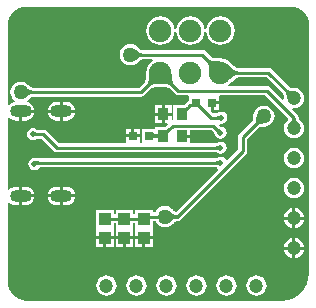
<source format=gbl>
G04*
G04 #@! TF.GenerationSoftware,Altium Limited,Altium Designer,20.2.6 (244)*
G04*
G04 Layer_Physical_Order=2*
G04 Layer_Color=16711680*
%FSLAX25Y25*%
%MOIN*%
G70*
G04*
G04 #@! TF.SameCoordinates,3022D20F-0E7D-494E-A21C-2806337C0760*
G04*
G04*
G04 #@! TF.FilePolarity,Positive*
G04*
G01*
G75*
%ADD12C,0.01000*%
%ADD25R,0.03937X0.03937*%
%ADD37O,0.07284X0.04134*%
%ADD38C,0.07480*%
%ADD39C,0.04724*%
%ADD40C,0.02000*%
%ADD41C,0.05000*%
%ADD42R,0.03543X0.03937*%
%ADD43R,0.02756X0.02756*%
G36*
X96536Y98862D02*
X97688Y98512D01*
X98750Y97944D01*
X99681Y97181D01*
X100444Y96250D01*
X101012Y95188D01*
X101362Y94036D01*
X101477Y92868D01*
X101471Y92838D01*
Y10000D01*
X101486Y9924D01*
X101321Y8246D01*
X100809Y6558D01*
X99978Y5004D01*
X98859Y3641D01*
X97496Y2522D01*
X95942Y1691D01*
X94254Y1180D01*
X92576Y1014D01*
X92500Y1029D01*
X7328D01*
X7296Y1023D01*
X6098Y1141D01*
X4914Y1500D01*
X3823Y2083D01*
X2867Y2867D01*
X2083Y3823D01*
X1500Y4914D01*
X1141Y6098D01*
X1023Y7296D01*
X1029Y7328D01*
Y33691D01*
X1529Y33861D01*
X1624Y33738D01*
X2265Y33246D01*
X3011Y32937D01*
X3811Y32832D01*
X4886D01*
Y35925D01*
Y39019D01*
X3811D01*
X3011Y38913D01*
X2265Y38604D01*
X1624Y38113D01*
X1529Y37990D01*
X1029Y38159D01*
Y61841D01*
X1529Y62011D01*
X1624Y61887D01*
X2265Y61396D01*
X3011Y61087D01*
X3811Y60981D01*
X4886D01*
Y64075D01*
X5386D01*
Y64575D01*
X9988D01*
X9949Y64875D01*
X9640Y65622D01*
X9148Y66262D01*
X8507Y66754D01*
X7761Y67063D01*
X7616Y67082D01*
X7476Y67605D01*
X7996Y68004D01*
X8038Y68058D01*
X8435Y68432D01*
X8615Y68578D01*
X8790Y68704D01*
X8948Y68803D01*
X9089Y68877D01*
X9210Y68928D01*
X9309Y68959D01*
X9369Y68971D01*
X45500D01*
X46085Y69087D01*
X46581Y69419D01*
X48925Y71762D01*
X48936Y71772D01*
X49052Y71843D01*
X49224Y71922D01*
X49455Y72000D01*
X49742Y72072D01*
X50083Y72135D01*
X50466Y72183D01*
X51422Y72238D01*
X51841Y72240D01*
X52000Y72219D01*
X52158Y72240D01*
X52578Y72238D01*
X53534Y72183D01*
X53917Y72135D01*
X54258Y72072D01*
X54545Y72000D01*
X54776Y71922D01*
X54948Y71843D01*
X55064Y71772D01*
X55075Y71762D01*
X56919Y69919D01*
X57415Y69587D01*
X58000Y69471D01*
X60905D01*
X61366Y69378D01*
X61366Y68971D01*
Y67558D01*
X61249Y67535D01*
X60753Y67203D01*
X59909Y66360D01*
X59749Y66210D01*
X59628Y66114D01*
X59623Y66110D01*
X59435D01*
X59397Y66118D01*
X59359Y66110D01*
X56279D01*
Y61339D01*
X56221Y61311D01*
X55721Y61628D01*
Y62642D01*
X53449D01*
Y60173D01*
X54251D01*
X54442Y59711D01*
X53807Y59076D01*
X53646Y58927D01*
X53526Y58830D01*
X53520Y58827D01*
X53332D01*
X53294Y58834D01*
X53256Y58827D01*
X50177D01*
Y58378D01*
X45878D01*
Y53891D01*
X45500Y53670D01*
X45122Y53891D01*
Y55500D01*
X42744D01*
X40366D01*
X40366Y53622D01*
X39904Y53529D01*
X18134D01*
X14081Y57581D01*
X13585Y57913D01*
X13000Y58029D01*
X10811D01*
X10280Y58384D01*
X9500Y58539D01*
X8720Y58384D01*
X8058Y57942D01*
X7616Y57280D01*
X7461Y56500D01*
X7616Y55720D01*
X8058Y55058D01*
X8720Y54616D01*
X9500Y54461D01*
X10280Y54616D01*
X10811Y54971D01*
X12366D01*
X16419Y50919D01*
X16915Y50587D01*
X17500Y50471D01*
X70689D01*
X71220Y50116D01*
X72000Y49961D01*
X72780Y50116D01*
X73442Y50558D01*
X73884Y51220D01*
X74039Y52000D01*
X73884Y52780D01*
X73442Y53442D01*
X72780Y53884D01*
X72000Y54039D01*
X71220Y53884D01*
X70689Y53529D01*
X61823D01*
Y55358D01*
X59051D01*
Y56358D01*
X61823D01*
Y57797D01*
X69040D01*
X69991Y56846D01*
X70116Y56220D01*
X70558Y55558D01*
X71220Y55116D01*
X72000Y54961D01*
X72780Y55116D01*
X73442Y55558D01*
X73884Y56220D01*
X74039Y57000D01*
X73884Y57780D01*
X73442Y58442D01*
X72780Y58884D01*
X72154Y59009D01*
X71580Y59583D01*
X71826Y60044D01*
X72244Y59961D01*
X73024Y60116D01*
X73686Y60558D01*
X74128Y61220D01*
X74283Y62000D01*
X74128Y62780D01*
X73686Y63442D01*
X73024Y63884D01*
X72244Y64039D01*
X71464Y63884D01*
X70933Y63529D01*
X69378D01*
X68747Y64160D01*
X68756Y64182D01*
Y67000D01*
X69256D01*
Y67500D01*
X71634D01*
X71634Y69378D01*
X72096Y69471D01*
X86866D01*
X94509Y61828D01*
X94539Y61749D01*
X94557Y61417D01*
X94454Y61176D01*
X94452Y61175D01*
X94440Y61157D01*
X94102Y60898D01*
X93563Y60196D01*
X93224Y59378D01*
X93109Y58500D01*
X93224Y57622D01*
X93563Y56804D01*
X94102Y56102D01*
X94804Y55563D01*
X95622Y55224D01*
X96500Y55109D01*
X97378Y55224D01*
X98196Y55563D01*
X98898Y56102D01*
X99437Y56804D01*
X99776Y57622D01*
X99891Y58500D01*
X99776Y59378D01*
X99437Y60196D01*
X98898Y60898D01*
X98560Y61157D01*
X98548Y61175D01*
X98486Y61217D01*
X98435Y61273D01*
X98314Y61362D01*
X98243Y61425D01*
X98187Y61486D01*
X98143Y61545D01*
X98107Y61603D01*
X98078Y61665D01*
X98055Y61732D01*
X98037Y61809D01*
X98029Y61865D01*
Y62000D01*
X97913Y62585D01*
X97581Y63081D01*
X95991Y64671D01*
X96225Y65145D01*
X96500Y65109D01*
X97378Y65224D01*
X98196Y65563D01*
X98898Y66102D01*
X99437Y66804D01*
X99776Y67622D01*
X99891Y68500D01*
X99776Y69378D01*
X99437Y70196D01*
X98898Y70898D01*
X98196Y71437D01*
X97378Y71776D01*
X96500Y71891D01*
X96441Y71883D01*
X95941Y71900D01*
X95734Y71922D01*
X95543Y71954D01*
X95378Y71993D01*
X95242Y72037D01*
X95132Y72083D01*
X95048Y72129D01*
X95004Y72158D01*
X89081Y78081D01*
X88585Y78413D01*
X88000Y78529D01*
X77878D01*
X77863Y78531D01*
X77731Y78562D01*
X77554Y78628D01*
X77335Y78736D01*
X77081Y78887D01*
X76796Y79085D01*
X76491Y79322D01*
X75776Y79959D01*
X75478Y80254D01*
X75381Y80381D01*
X74391Y81141D01*
X73237Y81618D01*
X72000Y81781D01*
X71842Y81760D01*
X71422Y81762D01*
X70466Y81817D01*
X70083Y81865D01*
X69742Y81928D01*
X69455Y82000D01*
X69224Y82078D01*
X69052Y82157D01*
X68936Y82228D01*
X68925Y82238D01*
X67081Y84081D01*
X66585Y84413D01*
X66000Y84529D01*
X45869D01*
X45810Y84541D01*
X45710Y84572D01*
X45589Y84623D01*
X45448Y84697D01*
X45290Y84796D01*
X45126Y84914D01*
X44717Y85265D01*
X44544Y85434D01*
X44496Y85496D01*
X43765Y86057D01*
X42914Y86410D01*
X42000Y86530D01*
X41086Y86410D01*
X40235Y86057D01*
X39504Y85496D01*
X38943Y84765D01*
X38590Y83914D01*
X38470Y83000D01*
X38590Y82086D01*
X38943Y81235D01*
X39504Y80504D01*
X40235Y79943D01*
X41086Y79590D01*
X42000Y79470D01*
X42914Y79590D01*
X43765Y79943D01*
X44496Y80504D01*
X44538Y80558D01*
X44936Y80932D01*
X45115Y81078D01*
X45290Y81204D01*
X45448Y81303D01*
X45589Y81377D01*
X45710Y81428D01*
X45810Y81459D01*
X45869Y81471D01*
X49218D01*
X49388Y80971D01*
X48619Y80381D01*
X47859Y79391D01*
X47382Y78237D01*
X47219Y77000D01*
X47240Y76841D01*
X47238Y76422D01*
X47183Y75466D01*
X47135Y75083D01*
X47072Y74742D01*
X47000Y74455D01*
X46922Y74224D01*
X46843Y74052D01*
X46772Y73936D01*
X46762Y73925D01*
X44866Y72029D01*
X9369D01*
X9309Y72041D01*
X9210Y72072D01*
X9089Y72123D01*
X8948Y72197D01*
X8790Y72296D01*
X8626Y72414D01*
X8217Y72765D01*
X8044Y72934D01*
X7996Y72996D01*
X7265Y73557D01*
X6414Y73910D01*
X5500Y74030D01*
X4586Y73910D01*
X3735Y73557D01*
X3004Y72996D01*
X2443Y72265D01*
X2090Y71414D01*
X1970Y70500D01*
X2090Y69586D01*
X2443Y68735D01*
X3004Y68004D01*
X3491Y67630D01*
X3350Y67107D01*
X3011Y67063D01*
X2265Y66754D01*
X1624Y66262D01*
X1529Y66139D01*
X1029Y66309D01*
Y92838D01*
X1023Y92868D01*
X1138Y94036D01*
X1488Y95188D01*
X2056Y96250D01*
X2819Y97181D01*
X3750Y97944D01*
X4812Y98512D01*
X5964Y98862D01*
X7132Y98977D01*
X7162Y98971D01*
X95338D01*
X95368Y98977D01*
X96536Y98862D01*
D02*
G37*
G36*
X44028Y84513D02*
X44495Y84113D01*
X44720Y83950D01*
X44939Y83812D01*
X45153Y83700D01*
X45360Y83613D01*
X45562Y83550D01*
X45759Y83513D01*
X45950Y83500D01*
Y82500D01*
X45759Y82487D01*
X45562Y82450D01*
X45360Y82388D01*
X45153Y82300D01*
X44939Y82187D01*
X44720Y82050D01*
X44495Y81888D01*
X44264Y81700D01*
X43785Y81250D01*
Y84750D01*
X44028Y84513D01*
D02*
G37*
G36*
X68337Y81400D02*
X68571Y81256D01*
X68847Y81130D01*
X69165Y81021D01*
X69525Y80931D01*
X69928Y80857D01*
X70373Y80801D01*
X71391Y80743D01*
X71963Y80740D01*
X68260Y77037D01*
X68257Y77609D01*
X68199Y78627D01*
X68143Y79072D01*
X68069Y79475D01*
X67979Y79835D01*
X67870Y80153D01*
X67744Y80429D01*
X67600Y80663D01*
X67439Y80854D01*
X68146Y81561D01*
X68337Y81400D01*
D02*
G37*
G36*
X75077Y79216D02*
X75838Y78538D01*
X76192Y78263D01*
X76529Y78030D01*
X76848Y77839D01*
X77150Y77691D01*
X77434Y77585D01*
X77701Y77521D01*
X77951Y77500D01*
Y76500D01*
X77701Y76479D01*
X77434Y76415D01*
X77150Y76309D01*
X76848Y76161D01*
X76529Y75971D01*
X76192Y75738D01*
X75838Y75462D01*
X75077Y74784D01*
X74671Y74382D01*
Y79618D01*
X75077Y79216D01*
D02*
G37*
G36*
X55743Y76391D02*
X55801Y75374D01*
X55857Y74928D01*
X55931Y74525D01*
X56021Y74165D01*
X56130Y73847D01*
X56256Y73571D01*
X56400Y73337D01*
X56561Y73146D01*
X55854Y72439D01*
X55663Y72600D01*
X55429Y72744D01*
X55153Y72870D01*
X54835Y72979D01*
X54475Y73070D01*
X54072Y73143D01*
X53627Y73199D01*
X52609Y73257D01*
X52037Y73260D01*
X55740Y76963D01*
X55743Y76391D01*
D02*
G37*
G36*
X51963Y73260D02*
X51391Y73257D01*
X50374Y73199D01*
X49928Y73143D01*
X49525Y73070D01*
X49165Y72979D01*
X48847Y72870D01*
X48571Y72744D01*
X48337Y72600D01*
X48146Y72439D01*
X47439Y73146D01*
X47600Y73337D01*
X47744Y73571D01*
X47870Y73847D01*
X47979Y74165D01*
X48070Y74525D01*
X48143Y74928D01*
X48199Y75374D01*
X48257Y76391D01*
X48260Y76963D01*
X51963Y73260D01*
D02*
G37*
G36*
X7527Y72013D02*
X7995Y71613D01*
X8220Y71450D01*
X8439Y71312D01*
X8653Y71200D01*
X8860Y71113D01*
X9063Y71050D01*
X9259Y71013D01*
X9449Y71000D01*
Y70000D01*
X9259Y69987D01*
X9063Y69950D01*
X8860Y69888D01*
X8653Y69800D01*
X8439Y69687D01*
X8220Y69550D01*
X7995Y69388D01*
X7764Y69200D01*
X7285Y68750D01*
Y72250D01*
X7527Y72013D01*
D02*
G37*
G36*
X94357Y71366D02*
X94515Y71258D01*
X94692Y71162D01*
X94888Y71080D01*
X95104Y71011D01*
X95340Y70955D01*
X95595Y70912D01*
X95869Y70882D01*
X96476Y70862D01*
X94138Y68524D01*
X94135Y68837D01*
X94088Y69405D01*
X94046Y69660D01*
X93989Y69896D01*
X93920Y70112D01*
X93838Y70308D01*
X93742Y70485D01*
X93634Y70643D01*
X93512Y70781D01*
X94219Y71488D01*
X94357Y71366D01*
D02*
G37*
G36*
X92842Y69996D02*
X92871Y69952D01*
X92917Y69868D01*
X92963Y69758D01*
X93007Y69622D01*
X93046Y69457D01*
X93076Y69279D01*
X93115Y68790D01*
X93118Y68568D01*
X93109Y68500D01*
X93145Y68225D01*
X92671Y67992D01*
X88581Y72081D01*
X88085Y72413D01*
X87500Y72529D01*
X74782D01*
X74612Y73029D01*
X75381Y73619D01*
X75478Y73746D01*
X75776Y74041D01*
X76491Y74678D01*
X76796Y74915D01*
X77081Y75113D01*
X77335Y75264D01*
X77554Y75372D01*
X77732Y75438D01*
X77863Y75469D01*
X77878Y75471D01*
X87366D01*
X92842Y69996D01*
D02*
G37*
G36*
X62378Y65634D02*
X61835Y65622D01*
Y66622D01*
X61940Y66623D01*
X62368Y66650D01*
X62384Y66657D01*
X62390Y66666D01*
X62378Y65634D01*
D02*
G37*
G36*
X61518Y65098D02*
X61320Y64893D01*
X61009Y64526D01*
X60896Y64363D01*
X60811Y64214D01*
X60754Y64080D01*
X60726Y63960D01*
Y63854D01*
X60754Y63762D01*
X60811Y63684D01*
X59397Y65098D01*
X59474Y65042D01*
X59566Y65013D01*
X59672D01*
X59793Y65042D01*
X59927Y65098D01*
X60075Y65183D01*
X60238Y65296D01*
X60415Y65438D01*
X60811Y65805D01*
X61518Y65098D01*
D02*
G37*
G36*
X65053Y66970D02*
X65025Y66879D01*
Y66773D01*
X65053Y66652D01*
X65110Y66518D01*
X65195Y66369D01*
X65308Y66207D01*
X65450Y66030D01*
X65817Y65634D01*
X65110Y64927D01*
X64905Y65125D01*
X64537Y65436D01*
X64375Y65549D01*
X64226Y65634D01*
X64092Y65691D01*
X63972Y65719D01*
X63866D01*
X63774Y65691D01*
X63696Y65634D01*
X65110Y67048D01*
X65053Y66970D01*
D02*
G37*
G36*
X71530Y61300D02*
X71487Y61338D01*
X71437Y61372D01*
X71380Y61402D01*
X71315Y61428D01*
X71244Y61450D01*
X71165Y61468D01*
X71079Y61482D01*
X70986Y61492D01*
X70778Y61500D01*
Y62500D01*
X70886Y62502D01*
X71079Y62518D01*
X71165Y62532D01*
X71244Y62550D01*
X71315Y62572D01*
X71380Y62598D01*
X71437Y62628D01*
X71487Y62662D01*
X71530Y62700D01*
Y61300D01*
D02*
G37*
G36*
X97008Y61807D02*
X97033Y61623D01*
X97075Y61448D01*
X97132Y61280D01*
X97207Y61121D01*
X97298Y60971D01*
X97405Y60829D01*
X97530Y60696D01*
X97670Y60571D01*
X97827Y60454D01*
X95173D01*
X95330Y60571D01*
X95470Y60696D01*
X95595Y60829D01*
X95702Y60971D01*
X95793Y61121D01*
X95868Y61280D01*
X95925Y61448D01*
X95967Y61623D01*
X95992Y61807D01*
X96000Y62000D01*
X97000D01*
X97008Y61807D01*
D02*
G37*
G36*
X55416Y57815D02*
X55218Y57610D01*
X54906Y57242D01*
X54793Y57079D01*
X54708Y56931D01*
X54652Y56796D01*
X54624Y56676D01*
Y56570D01*
X54652Y56478D01*
X54708Y56401D01*
X53294Y57815D01*
X53372Y57758D01*
X53464Y57730D01*
X53570D01*
X53690Y57758D01*
X53825Y57815D01*
X53973Y57900D01*
X54136Y58013D01*
X54312Y58154D01*
X54708Y58522D01*
X55416Y57815D01*
D02*
G37*
G36*
X71394Y58315D02*
X71543Y58190D01*
X71613Y58139D01*
X71682Y58096D01*
X71748Y58061D01*
X71812Y58034D01*
X71873Y58015D01*
X71933Y58003D01*
X71990Y58000D01*
X71000Y57010D01*
X70997Y57067D01*
X70985Y57126D01*
X70966Y57188D01*
X70939Y57252D01*
X70904Y57318D01*
X70861Y57387D01*
X70810Y57457D01*
X70751Y57530D01*
X70610Y57683D01*
X71317Y58390D01*
X71394Y58315D01*
D02*
G37*
G36*
X51201Y55000D02*
X51191Y55095D01*
X51161Y55180D01*
X51110Y55255D01*
X51039Y55320D01*
X50948Y55375D01*
X50837Y55420D01*
X50705Y55455D01*
X50554Y55480D01*
X50406Y55493D01*
X50257Y55480D01*
X50106Y55455D01*
X49974Y55420D01*
X49863Y55375D01*
X49772Y55320D01*
X49701Y55255D01*
X49650Y55180D01*
X49620Y55095D01*
X49610Y55000D01*
Y57000D01*
X49620Y56905D01*
X49650Y56820D01*
X49701Y56745D01*
X49772Y56680D01*
X49863Y56625D01*
X49974Y56580D01*
X50106Y56545D01*
X50257Y56520D01*
X50406Y56507D01*
X50554Y56520D01*
X50705Y56545D01*
X50837Y56580D01*
X50948Y56625D01*
X51039Y56680D01*
X51110Y56745D01*
X51161Y56820D01*
X51191Y56905D01*
X51201Y57000D01*
Y55000D01*
D02*
G37*
G36*
X10257Y57162D02*
X10307Y57128D01*
X10364Y57098D01*
X10429Y57072D01*
X10500Y57050D01*
X10579Y57032D01*
X10665Y57018D01*
X10758Y57008D01*
X10966Y57000D01*
Y56000D01*
X10859Y55998D01*
X10665Y55982D01*
X10579Y55968D01*
X10500Y55950D01*
X10429Y55928D01*
X10364Y55902D01*
X10307Y55872D01*
X10257Y55838D01*
X10214Y55800D01*
Y57200D01*
X10257Y57162D01*
D02*
G37*
G36*
X71286Y51300D02*
X71243Y51338D01*
X71193Y51372D01*
X71136Y51402D01*
X71071Y51428D01*
X71000Y51450D01*
X70921Y51468D01*
X70835Y51482D01*
X70742Y51492D01*
X70534Y51500D01*
Y52500D01*
X70641Y52502D01*
X70835Y52518D01*
X70921Y52532D01*
X71000Y52550D01*
X71071Y52572D01*
X71136Y52598D01*
X71193Y52628D01*
X71243Y52662D01*
X71286Y52700D01*
Y51300D01*
D02*
G37*
%LPC*%
G36*
X72000Y95781D02*
X70763Y95618D01*
X69609Y95140D01*
X68619Y94381D01*
X67860Y93391D01*
X67382Y92237D01*
X67252Y91252D01*
X66748D01*
X66618Y92237D01*
X66141Y93391D01*
X65381Y94381D01*
X64390Y95140D01*
X63237Y95618D01*
X62000Y95781D01*
X60763Y95618D01*
X59610Y95140D01*
X58619Y94381D01*
X57859Y93391D01*
X57382Y92237D01*
X57252Y91252D01*
X56748D01*
X56618Y92237D01*
X56141Y93391D01*
X55381Y94381D01*
X54391Y95140D01*
X53237Y95618D01*
X52000Y95781D01*
X50763Y95618D01*
X49610Y95140D01*
X48619Y94381D01*
X47859Y93391D01*
X47382Y92237D01*
X47219Y91000D01*
X47382Y89763D01*
X47859Y88609D01*
X48619Y87619D01*
X49610Y86860D01*
X50763Y86382D01*
X52000Y86219D01*
X53237Y86382D01*
X54391Y86860D01*
X55381Y87619D01*
X56141Y88609D01*
X56618Y89763D01*
X56748Y90748D01*
X57252D01*
X57382Y89763D01*
X57859Y88609D01*
X58619Y87619D01*
X59610Y86860D01*
X60763Y86382D01*
X62000Y86219D01*
X63237Y86382D01*
X64390Y86860D01*
X65381Y87619D01*
X66141Y88609D01*
X66618Y89763D01*
X66748Y90748D01*
X67252D01*
X67382Y89763D01*
X67860Y88609D01*
X68619Y87619D01*
X69609Y86860D01*
X70763Y86382D01*
X72000Y86219D01*
X73237Y86382D01*
X74391Y86860D01*
X75381Y87619D01*
X76140Y88609D01*
X76618Y89763D01*
X76781Y91000D01*
X76618Y92237D01*
X76140Y93391D01*
X75381Y94381D01*
X74391Y95140D01*
X73237Y95618D01*
X72000Y95781D01*
D02*
G37*
G36*
X71634Y66500D02*
X69756D01*
Y64622D01*
X71634D01*
Y66500D01*
D02*
G37*
G36*
X20543Y67168D02*
X19468D01*
Y64575D01*
X23570D01*
X23531Y64875D01*
X23222Y65622D01*
X22730Y66262D01*
X22090Y66754D01*
X21343Y67063D01*
X20543Y67168D01*
D02*
G37*
G36*
X18468D02*
X17393D01*
X16593Y67063D01*
X15846Y66754D01*
X15206Y66262D01*
X14714Y65622D01*
X14405Y64875D01*
X14366Y64575D01*
X18468D01*
Y67168D01*
D02*
G37*
G36*
X55721Y66110D02*
X53449D01*
Y63642D01*
X55721D01*
Y66110D01*
D02*
G37*
G36*
X52449D02*
X50177D01*
Y63642D01*
X52449D01*
Y66110D01*
D02*
G37*
G36*
X23570Y63575D02*
X19468D01*
Y60981D01*
X20543D01*
X21343Y61087D01*
X22090Y61396D01*
X22730Y61887D01*
X23222Y62528D01*
X23531Y63274D01*
X23570Y63575D01*
D02*
G37*
G36*
X18468D02*
X14366D01*
X14405Y63274D01*
X14714Y62528D01*
X15206Y61887D01*
X15846Y61396D01*
X16593Y61087D01*
X17393Y60981D01*
X18468D01*
Y63575D01*
D02*
G37*
G36*
X9988D02*
X5886D01*
Y60981D01*
X6961D01*
X7761Y61087D01*
X8507Y61396D01*
X9148Y61887D01*
X9640Y62528D01*
X9949Y63274D01*
X9988Y63575D01*
D02*
G37*
G36*
X52449Y62642D02*
X50177D01*
Y60173D01*
X52449D01*
Y62642D01*
D02*
G37*
G36*
X86500Y66030D02*
X85586Y65910D01*
X84735Y65557D01*
X84004Y64996D01*
X83443Y64265D01*
X83090Y63414D01*
X82970Y62500D01*
X82979Y62432D01*
X82962Y61887D01*
X82938Y61656D01*
X82904Y61444D01*
X82862Y61261D01*
X82815Y61110D01*
X82766Y60988D01*
X82717Y60896D01*
X82682Y60845D01*
X78304Y56467D01*
X77972Y55970D01*
X77856Y55385D01*
Y51483D01*
X74322Y47949D01*
X73708Y48043D01*
X73442Y48442D01*
X72780Y48884D01*
X72000Y49039D01*
X71220Y48884D01*
X70689Y48529D01*
X10500D01*
X10275Y48485D01*
X10000Y48539D01*
X9220Y48384D01*
X8558Y47942D01*
X8116Y47280D01*
X7961Y46500D01*
X8116Y45720D01*
X8558Y45058D01*
X9220Y44616D01*
X10000Y44461D01*
X10780Y44616D01*
X11442Y45058D01*
X11718Y45471D01*
X70689D01*
X70957Y45292D01*
X71051Y44679D01*
X57051Y30678D01*
X56948Y30732D01*
X56790Y30832D01*
X56626Y30950D01*
X56217Y31300D01*
X56044Y31470D01*
X55996Y31532D01*
X55265Y32093D01*
X54414Y32445D01*
X53500Y32566D01*
X52586Y32445D01*
X51735Y32093D01*
X51004Y31532D01*
X50443Y30801D01*
X50345Y30565D01*
X49468D01*
Y31268D01*
X43532D01*
Y29829D01*
X42968D01*
Y31268D01*
X37031D01*
Y29829D01*
X36468D01*
Y31268D01*
X30531D01*
Y25469D01*
X30531Y25331D01*
Y24969D01*
X30531Y24831D01*
Y22500D01*
X33500D01*
X36468D01*
Y24831D01*
X36468Y24969D01*
Y25331D01*
X36468Y25469D01*
Y26770D01*
X37031D01*
Y25469D01*
X37031Y25331D01*
Y24969D01*
X37031Y24831D01*
Y22500D01*
X40000D01*
X42968D01*
Y24831D01*
X42968Y24969D01*
Y25331D01*
X42968Y25469D01*
Y26770D01*
X43532D01*
Y25469D01*
X43532Y25331D01*
Y24969D01*
X43532Y24831D01*
Y22500D01*
X46500D01*
X49468D01*
Y24831D01*
X49468Y24969D01*
Y25331D01*
X49468Y25469D01*
Y27506D01*
X50345D01*
X50443Y27270D01*
X51004Y26539D01*
X51735Y25978D01*
X52586Y25626D01*
X53500Y25505D01*
X54414Y25626D01*
X55265Y25978D01*
X55996Y26539D01*
X56038Y26594D01*
X56436Y26967D01*
X56615Y27113D01*
X56790Y27239D01*
X56948Y27339D01*
X57089Y27413D01*
X57210Y27464D01*
X57310Y27495D01*
X57370Y27506D01*
X57571D01*
X58156Y27623D01*
X58653Y27954D01*
X80467Y49768D01*
X80798Y50264D01*
X80914Y50849D01*
Y54752D01*
X84845Y58682D01*
X84896Y58717D01*
X84988Y58766D01*
X85110Y58815D01*
X85261Y58862D01*
X85444Y58904D01*
X85643Y58936D01*
X86180Y58978D01*
X86423Y58980D01*
X86500Y58970D01*
X87414Y59090D01*
X88265Y59443D01*
X88996Y60004D01*
X89557Y60735D01*
X89910Y61586D01*
X90030Y62500D01*
X89910Y63414D01*
X89557Y64265D01*
X88996Y64996D01*
X88265Y65557D01*
X87414Y65910D01*
X86500Y66030D01*
D02*
G37*
G36*
X45122Y58378D02*
X43244D01*
Y56500D01*
X45122D01*
Y58378D01*
D02*
G37*
G36*
X42244D02*
X40366D01*
Y56500D01*
X42244D01*
Y58378D01*
D02*
G37*
G36*
X96500Y51891D02*
X95622Y51776D01*
X94804Y51437D01*
X94102Y50898D01*
X93563Y50196D01*
X93224Y49378D01*
X93109Y48500D01*
X93224Y47622D01*
X93563Y46804D01*
X94102Y46102D01*
X94804Y45563D01*
X95622Y45224D01*
X96500Y45109D01*
X97378Y45224D01*
X98196Y45563D01*
X98898Y46102D01*
X99437Y46804D01*
X99776Y47622D01*
X99891Y48500D01*
X99776Y49378D01*
X99437Y50196D01*
X98898Y50898D01*
X98196Y51437D01*
X97378Y51776D01*
X96500Y51891D01*
D02*
G37*
G36*
X20543Y39019D02*
X19468D01*
Y36425D01*
X23570D01*
X23531Y36726D01*
X23222Y37472D01*
X22730Y38113D01*
X22090Y38604D01*
X21343Y38913D01*
X20543Y39019D01*
D02*
G37*
G36*
X6961D02*
X5886D01*
Y36425D01*
X9988D01*
X9949Y36726D01*
X9640Y37472D01*
X9148Y38113D01*
X8507Y38604D01*
X7761Y38913D01*
X6961Y39019D01*
D02*
G37*
G36*
X18468D02*
X17393D01*
X16593Y38913D01*
X15846Y38604D01*
X15206Y38113D01*
X14714Y37472D01*
X14405Y36726D01*
X14366Y36425D01*
X18468D01*
Y39019D01*
D02*
G37*
G36*
X96500Y41891D02*
X95622Y41776D01*
X94804Y41437D01*
X94102Y40898D01*
X93563Y40196D01*
X93224Y39378D01*
X93109Y38500D01*
X93224Y37622D01*
X93563Y36804D01*
X94102Y36102D01*
X94804Y35563D01*
X95622Y35224D01*
X96500Y35109D01*
X97378Y35224D01*
X98196Y35563D01*
X98898Y36102D01*
X99437Y36804D01*
X99776Y37622D01*
X99891Y38500D01*
X99776Y39378D01*
X99437Y40196D01*
X98898Y40898D01*
X98196Y41437D01*
X97378Y41776D01*
X96500Y41891D01*
D02*
G37*
G36*
X23570Y35425D02*
X19468D01*
Y32832D01*
X20543D01*
X21343Y32937D01*
X22090Y33246D01*
X22730Y33738D01*
X23222Y34378D01*
X23531Y35125D01*
X23570Y35425D01*
D02*
G37*
G36*
X18468D02*
X14366D01*
X14405Y35125D01*
X14714Y34378D01*
X15206Y33738D01*
X15846Y33246D01*
X16593Y32937D01*
X17393Y32832D01*
X18468D01*
Y35425D01*
D02*
G37*
G36*
X9988D02*
X5886D01*
Y32832D01*
X6961D01*
X7761Y32937D01*
X8507Y33246D01*
X9148Y33738D01*
X9640Y34378D01*
X9949Y35125D01*
X9988Y35425D01*
D02*
G37*
G36*
X97000Y31825D02*
Y29000D01*
X99825D01*
X99776Y29378D01*
X99437Y30196D01*
X98898Y30898D01*
X98196Y31437D01*
X97378Y31776D01*
X97000Y31825D01*
D02*
G37*
G36*
X96000D02*
X95622Y31776D01*
X94804Y31437D01*
X94102Y30898D01*
X93563Y30196D01*
X93224Y29378D01*
X93175Y29000D01*
X96000D01*
Y31825D01*
D02*
G37*
G36*
X99825Y28000D02*
X97000D01*
Y25175D01*
X97378Y25224D01*
X98196Y25563D01*
X98898Y26102D01*
X99437Y26804D01*
X99776Y27622D01*
X99825Y28000D01*
D02*
G37*
G36*
X96000D02*
X93175D01*
X93224Y27622D01*
X93563Y26804D01*
X94102Y26102D01*
X94804Y25563D01*
X95622Y25224D01*
X96000Y25175D01*
Y28000D01*
D02*
G37*
G36*
X49468Y21500D02*
X47000D01*
Y19031D01*
X49468D01*
Y21500D01*
D02*
G37*
G36*
X46000D02*
X43532D01*
Y19031D01*
X46000D01*
Y21500D01*
D02*
G37*
G36*
X42968D02*
X40500D01*
Y19031D01*
X42968D01*
Y21500D01*
D02*
G37*
G36*
X39500D02*
X37031D01*
Y19031D01*
X39500D01*
Y21500D01*
D02*
G37*
G36*
X36468D02*
X34000D01*
Y19031D01*
X36468D01*
Y21500D01*
D02*
G37*
G36*
X33000D02*
X30531D01*
Y19031D01*
X33000D01*
Y21500D01*
D02*
G37*
G36*
X97000Y21825D02*
Y19000D01*
X99825D01*
X99776Y19378D01*
X99437Y20196D01*
X98898Y20898D01*
X98196Y21437D01*
X97378Y21776D01*
X97000Y21825D01*
D02*
G37*
G36*
X96000D02*
X95622Y21776D01*
X94804Y21437D01*
X94102Y20898D01*
X93563Y20196D01*
X93224Y19378D01*
X93175Y19000D01*
X96000D01*
Y21825D01*
D02*
G37*
G36*
X99825Y18000D02*
X97000D01*
Y15175D01*
X97378Y15224D01*
X98196Y15563D01*
X98898Y16102D01*
X99437Y16804D01*
X99776Y17622D01*
X99825Y18000D01*
D02*
G37*
G36*
X96000D02*
X93175D01*
X93224Y17622D01*
X93563Y16804D01*
X94102Y16102D01*
X94804Y15563D01*
X95622Y15224D01*
X96000Y15175D01*
Y18000D01*
D02*
G37*
G36*
X84000Y9391D02*
X83122Y9276D01*
X82304Y8937D01*
X81602Y8398D01*
X81063Y7696D01*
X80724Y6878D01*
X80609Y6000D01*
X80724Y5122D01*
X81063Y4304D01*
X81602Y3602D01*
X82304Y3063D01*
X83122Y2724D01*
X84000Y2609D01*
X84878Y2724D01*
X85696Y3063D01*
X86398Y3602D01*
X86937Y4304D01*
X87276Y5122D01*
X87391Y6000D01*
X87276Y6878D01*
X86937Y7696D01*
X86398Y8398D01*
X85696Y8937D01*
X84878Y9276D01*
X84000Y9391D01*
D02*
G37*
G36*
X74000D02*
X73122Y9276D01*
X72304Y8937D01*
X71602Y8398D01*
X71063Y7696D01*
X70724Y6878D01*
X70609Y6000D01*
X70724Y5122D01*
X71063Y4304D01*
X71602Y3602D01*
X72304Y3063D01*
X73122Y2724D01*
X74000Y2609D01*
X74878Y2724D01*
X75696Y3063D01*
X76398Y3602D01*
X76937Y4304D01*
X77276Y5122D01*
X77391Y6000D01*
X77276Y6878D01*
X76937Y7696D01*
X76398Y8398D01*
X75696Y8937D01*
X74878Y9276D01*
X74000Y9391D01*
D02*
G37*
G36*
X64000D02*
X63122Y9276D01*
X62304Y8937D01*
X61602Y8398D01*
X61063Y7696D01*
X60724Y6878D01*
X60609Y6000D01*
X60724Y5122D01*
X61063Y4304D01*
X61602Y3602D01*
X62304Y3063D01*
X63122Y2724D01*
X64000Y2609D01*
X64878Y2724D01*
X65696Y3063D01*
X66398Y3602D01*
X66937Y4304D01*
X67276Y5122D01*
X67391Y6000D01*
X67276Y6878D01*
X66937Y7696D01*
X66398Y8398D01*
X65696Y8937D01*
X64878Y9276D01*
X64000Y9391D01*
D02*
G37*
G36*
X54000D02*
X53122Y9276D01*
X52304Y8937D01*
X51602Y8398D01*
X51063Y7696D01*
X50724Y6878D01*
X50609Y6000D01*
X50724Y5122D01*
X51063Y4304D01*
X51602Y3602D01*
X52304Y3063D01*
X53122Y2724D01*
X54000Y2609D01*
X54878Y2724D01*
X55696Y3063D01*
X56398Y3602D01*
X56937Y4304D01*
X57276Y5122D01*
X57391Y6000D01*
X57276Y6878D01*
X56937Y7696D01*
X56398Y8398D01*
X55696Y8937D01*
X54878Y9276D01*
X54000Y9391D01*
D02*
G37*
G36*
X44000D02*
X43122Y9276D01*
X42304Y8937D01*
X41602Y8398D01*
X41063Y7696D01*
X40724Y6878D01*
X40609Y6000D01*
X40724Y5122D01*
X41063Y4304D01*
X41602Y3602D01*
X42304Y3063D01*
X43122Y2724D01*
X44000Y2609D01*
X44878Y2724D01*
X45696Y3063D01*
X46398Y3602D01*
X46937Y4304D01*
X47276Y5122D01*
X47391Y6000D01*
X47276Y6878D01*
X46937Y7696D01*
X46398Y8398D01*
X45696Y8937D01*
X44878Y9276D01*
X44000Y9391D01*
D02*
G37*
G36*
X34000D02*
X33122Y9276D01*
X32304Y8937D01*
X31602Y8398D01*
X31063Y7696D01*
X30724Y6878D01*
X30609Y6000D01*
X30724Y5122D01*
X31063Y4304D01*
X31602Y3602D01*
X32304Y3063D01*
X33122Y2724D01*
X34000Y2609D01*
X34878Y2724D01*
X35696Y3063D01*
X36398Y3602D01*
X36937Y4304D01*
X37276Y5122D01*
X37391Y6000D01*
X37276Y6878D01*
X36937Y7696D01*
X36398Y8398D01*
X35696Y8937D01*
X34878Y9276D01*
X34000Y9391D01*
D02*
G37*
%LPD*%
G36*
X86475Y60000D02*
X86136Y59997D01*
X85523Y59949D01*
X85249Y59905D01*
X84996Y59847D01*
X84766Y59776D01*
X84557Y59691D01*
X84370Y59592D01*
X84205Y59480D01*
X84061Y59354D01*
X83354Y60061D01*
X83480Y60204D01*
X83592Y60370D01*
X83691Y60557D01*
X83776Y60766D01*
X83847Y60996D01*
X83905Y61249D01*
X83949Y61523D01*
X83980Y61818D01*
X84000Y62475D01*
X86475Y60000D01*
D02*
G37*
G36*
X71286Y46300D02*
X71243Y46338D01*
X71193Y46372D01*
X71136Y46402D01*
X71071Y46428D01*
X71000Y46450D01*
X70921Y46468D01*
X70835Y46482D01*
X70742Y46492D01*
X70534Y46500D01*
Y47500D01*
X70641Y47502D01*
X70835Y47518D01*
X70921Y47532D01*
X71000Y47550D01*
X71071Y47572D01*
X71136Y47598D01*
X71193Y47628D01*
X71243Y47662D01*
X71286Y47700D01*
Y46300D01*
D02*
G37*
G36*
X11600Y46500D02*
X11491Y46497D01*
X11393Y46490D01*
X11305Y46478D01*
X11227Y46460D01*
X11158Y46438D01*
X11100Y46410D01*
X11052Y46378D01*
X11014Y46341D01*
X10986Y46298D01*
X10968Y46251D01*
X10311Y47450D01*
X11466Y47500D01*
X11600Y46500D01*
D02*
G37*
G36*
X55528Y30548D02*
X55995Y30148D01*
X56220Y29985D01*
X56439Y29848D01*
X56653Y29735D01*
X56860Y29648D01*
X57063Y29585D01*
X57259Y29548D01*
X57450Y29535D01*
Y28536D01*
X57259Y28523D01*
X57063Y28486D01*
X56860Y28423D01*
X56653Y28335D01*
X56439Y28223D01*
X56220Y28086D01*
X55995Y27923D01*
X55764Y27735D01*
X55285Y27286D01*
Y30786D01*
X55528Y30548D01*
D02*
G37*
D12*
X46500Y28299D02*
X47236Y29035D01*
X53500D01*
X33500Y28299D02*
X40000D01*
X46500D01*
X45500Y70500D02*
X52000Y77000D01*
X5500Y70500D02*
X45500D01*
X53500Y29035D02*
X57571D01*
X79385Y50849D01*
Y55385D01*
X86500Y62500D01*
X52000Y77000D02*
X58000Y71000D01*
X87500D01*
X96500Y62000D01*
Y58500D02*
Y62000D01*
X48256Y56000D02*
X52807D01*
X52949Y55858D01*
X72000Y77000D02*
X88000D01*
X96500Y68500D01*
X56221Y59327D02*
X69673D01*
X72000Y57000D01*
X52949Y56055D02*
X56221Y59327D01*
X17500Y52000D02*
X72000D01*
X52949Y55858D02*
Y56055D01*
X13000Y56500D02*
X17500Y52000D01*
X68744Y62000D02*
X72244D01*
X63744Y67000D02*
X68744Y62000D01*
X59051Y63142D02*
Y63339D01*
X61835Y66122D01*
X62622D01*
X63500Y67000D01*
X42000Y83000D02*
X66000D01*
X72000Y77000D01*
X9500Y56500D02*
X13000D01*
X10500Y47000D02*
X72000D01*
X10000Y46500D02*
X10500Y47000D01*
D25*
X33500Y22000D02*
D03*
Y28299D02*
D03*
X40000Y22000D02*
D03*
Y28299D02*
D03*
X46500Y22000D02*
D03*
Y28299D02*
D03*
D37*
X18968Y35925D02*
D03*
X5386D02*
D03*
Y64075D02*
D03*
X18968D02*
D03*
D38*
X52000Y91000D02*
D03*
X62000D02*
D03*
X72000D02*
D03*
X52000Y77000D02*
D03*
X62000D02*
D03*
X72000D02*
D03*
D39*
X34000Y6000D02*
D03*
X44000D02*
D03*
X64000D02*
D03*
X54000D02*
D03*
X74000D02*
D03*
X84000D02*
D03*
X96500Y18500D02*
D03*
Y28500D02*
D03*
Y48500D02*
D03*
Y38500D02*
D03*
Y58500D02*
D03*
Y68500D02*
D03*
D40*
X100500Y92000D02*
D03*
Y80000D02*
D03*
Y56000D02*
D03*
Y44000D02*
D03*
Y32000D02*
D03*
X97500Y14000D02*
D03*
X91500Y62000D02*
D03*
Y50000D02*
D03*
Y26000D02*
D03*
Y14000D02*
D03*
X94500Y8000D02*
D03*
X91500Y2000D02*
D03*
X88500Y80000D02*
D03*
X85500Y74000D02*
D03*
X88500Y56000D02*
D03*
X85500Y50000D02*
D03*
X88500Y32000D02*
D03*
X85500Y26000D02*
D03*
X88500Y20000D02*
D03*
X85500Y14000D02*
D03*
X88500Y8000D02*
D03*
X82500Y80000D02*
D03*
Y68000D02*
D03*
X79500Y2000D02*
D03*
X76500Y68000D02*
D03*
Y56000D02*
D03*
Y20000D02*
D03*
X73500Y14000D02*
D03*
X67500Y2000D02*
D03*
X61500D02*
D03*
X58500Y68000D02*
D03*
X55500Y38000D02*
D03*
X58500Y8000D02*
D03*
X49500Y2000D02*
D03*
X46500Y80000D02*
D03*
X43500Y74000D02*
D03*
X46500Y68000D02*
D03*
X40500Y92000D02*
D03*
X37500Y74000D02*
D03*
Y2000D02*
D03*
X34500Y80000D02*
D03*
X31500Y62000D02*
D03*
Y2000D02*
D03*
X25500Y62000D02*
D03*
X28500Y56000D02*
D03*
Y8000D02*
D03*
X25500Y2000D02*
D03*
X22500Y56000D02*
D03*
Y44000D02*
D03*
Y32000D02*
D03*
X19500Y26000D02*
D03*
X22500Y20000D02*
D03*
X19500Y14000D02*
D03*
X22500Y8000D02*
D03*
X19500Y2000D02*
D03*
X16500Y80000D02*
D03*
X13500Y26000D02*
D03*
X16500Y20000D02*
D03*
X13500Y14000D02*
D03*
X16500Y8000D02*
D03*
X13500Y2000D02*
D03*
X10500Y92000D02*
D03*
X7500Y50000D02*
D03*
X10500Y32000D02*
D03*
X7500Y26000D02*
D03*
X10500Y20000D02*
D03*
X7500Y14000D02*
D03*
X10500Y8000D02*
D03*
X7500Y2000D02*
D03*
X4500Y56000D02*
D03*
Y44000D02*
D03*
Y20000D02*
D03*
Y8000D02*
D03*
X9500Y56500D02*
D03*
X72000Y52000D02*
D03*
Y47000D02*
D03*
Y57000D02*
D03*
X72244Y62000D02*
D03*
X10000Y46500D02*
D03*
D41*
X53500Y29035D02*
D03*
X42000Y83000D02*
D03*
X86500Y62500D02*
D03*
X5500Y70500D02*
D03*
D42*
X52949Y55858D02*
D03*
Y63142D02*
D03*
X59051D02*
D03*
Y55858D02*
D03*
D43*
X63744Y67000D02*
D03*
X69256D02*
D03*
X42744Y56000D02*
D03*
X48256D02*
D03*
M02*

</source>
